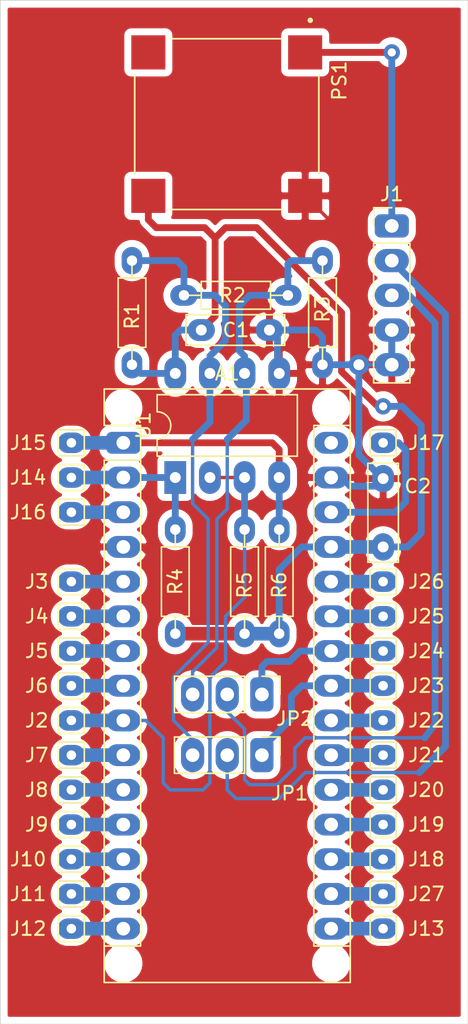
<source format=kicad_pcb>
(kicad_pcb (version 20211014) (generator pcbnew)
  (layers (0 "F.Cu" signal) (31 "B.Cu" signal) (34 "B.Paste" user) (35 "F.Paste" user) (36 "B.SilkS" user "B.Silkscreen") (37 "F.SilkS" user "F.Silkscreen") (38 "B.Mask" user) (39 "F.Mask" user) (44 "Edge.Cuts" user))
  (net 0 "")
  (net 1 "Net-(A1-Pad1)")
  (net 2 "Net-(A1-Pad17)")
  (net 3 "Net-(A1-Pad2)")
  (net 4 "Net-(A1-Pad18)")
  (net 5 "Net-(A1-Pad3)")
  (net 6 "Net-(A1-Pad19)")
  (net 7 "GND")
  (net 8 "Net-(A1-Pad20)")
  (net 9 "Net-(A1-Pad5)")
  (net 10 "Net-(A1-Pad21)")
  (net 11 "Net-(A1-Pad6)")
  (net 12 "Net-(A1-Pad22)")
  (net 13 "Net-(A1-Pad7)")
  (net 14 "Net-(A1-Pad23)")
  (net 15 "Net-(A1-Pad8)")
  (net 16 "Net-(A1-Pad24)")
  (net 17 "Net-(A1-Pad9)")
  (net 18 "Net-(A1-Pad25)")
  (net 19 "Net-(A1-Pad10)")
  (net 20 "Net-(A1-Pad26)")
  (net 21 "Net-(A1-Pad11)")
  (net 22 "Net-(A1-Pad27)")
  (net 23 "Net-(A1-Pad12)")
  (net 24 "Net-(A1-Pad28)")
  (net 25 "Net-(A1-Pad13)")
  (net 26 "Net-(A1-Pad14)")
  (net 28 "Net-(A1-Pad15)")
  (net 29 "Net-(A1-Pad16)")
  (net 30 "Net-(J1-Pad1)")
  (net 31 "Net-(J1-Pad2)")
  (net 32 "Net-(J1-Pad3)")
  (net 33 "Net-(JP1-Pad3)")
  (net 34 "Net-(JP2-Pad3)")
  (footprint "BBS:C_Rect_L7.0mm_W2.0mm_P5.00mm" (layer "F.Cu") (at 202.692 93.98)
    (fp_text reference "C1" (at 2.54 0) (layer "F.SilkS"))
    (fp_text value "100n")
    (fp_line (start -1.12 -1.12) (end -1.12 1.12) (layer "F.SilkS") (width 0.12))
    (fp_line (start 6.12 -1.12) (end 6.12 1.12) (layer "F.SilkS") (width 0.12))
    (fp_line (start -1.12 1.12) (end 6.12 1.12) (layer "F.SilkS") (width 0.12))
    (fp_line (start -1.12 -1.12) (end 6.12 -1.12) (layer "F.SilkS") (width 0.12))
    (pad "1" thru_hole oval locked (at 0 0) (size 2 1.6) (drill 0.8) (layers *.Cu *.Mask) (net 22 "Net-(A1-Pad27)"))
    (pad "2" thru_hole oval locked (at 5 0) (size 2 1.6) (drill 0.8) (layers *.Cu *.Mask) (net 7 "GND"))
  )
  (footprint "BBS:C_Rect_L7.0mm_W2.0mm_P5.00mm" (layer "F.Cu") (at 216.027 104.855 -90)
    (fp_text reference "C2" (at 0.555 -2.54 180) (layer "F.SilkS"))
    (fp_text value "100n")
    (fp_line (start -1.12 1.12) (end 6.12 1.12) (layer "F.SilkS") (width 0.12))
    (fp_line (start -1.12 -1.12) (end -1.12 1.12) (layer "F.SilkS") (width 0.12))
    (fp_line (start 6.12 -1.12) (end 6.12 1.12) (layer "F.SilkS") (width 0.12))
    (fp_line (start -1.12 -1.12) (end 6.12 -1.12) (layer "F.SilkS") (width 0.12))
    (pad "1" thru_hole oval locked (at 0 0 270) (size 2 1.6) (drill 0.8) (layers *.Cu *.Mask) (net 7 "GND"))
    (pad "2" thru_hole oval locked (at 5 0 270) (size 2 1.6) (drill 0.8) (layers *.Cu *.Mask) (net 22 "Net-(A1-Pad27)"))
  )
  (footprint "BBS:PinHeader_1x03_P2.54mm_Vertical" (layer "F.Cu") (at 207.137 120.65 -90)
    (fp_text reference "JP2" (at 1.778 -2.413 180) (layer "F.SilkS"))
    (fp_text value "Jumper_3_Bridged12" hide)
    (fp_line (start -1.33 6.41) (end 1.33 6.41) (layer "F.SilkS") (width 0.12))
    (fp_line (start -1.33 -1.33) (end 0 -1.33) (layer "F.SilkS") (width 0.12))
    (fp_line (start -1.33 0) (end -1.33 -1.33) (layer "F.SilkS") (width 0.12))
    (fp_line (start 1.33 1.27) (end 1.33 6.41) (layer "F.SilkS") (width 0.12))
    (fp_line (start -1.33 1.27) (end -1.33 6.41) (layer "F.SilkS") (width 0.12))
    (fp_line (start -1.33 1.27) (end 1.33 1.27) (layer "F.SilkS") (width 0.12))
    (pad "1" thru_hole roundrect locked (at 0 0 270) (size 2.5 1.7) (drill 1) (layers *.Cu *.Mask) (net 16 "Net-(A1-Pad24)"))
    (pad "2" thru_hole oval locked (at 0 2.54 270) (size 2.5 1.7) (drill 1) (layers *.Cu *.Mask) (net 32 "Net-(J1-Pad3)"))
    (pad "3" thru_hole oval locked (at 0 5.08 270) (size 2.5 1.7) (drill 1) (layers *.Cu *.Mask) (net 34 "Net-(JP2-Pad3)"))
  )
  (footprint "BBS:R_7.5" (layer "F.Cu") (at 197.612 96.52 90)
    (fp_text reference "R1" (at 3.556 0 90) (layer "F.SilkS"))
    (fp_text value "680R")
    (fp_line (start 1.27 0) (end 1.27 -1.016) (layer "F.SilkS") (width 0.12))
    (fp_line (start 6.35 -1.016) (end 6.35 1.016) (layer "F.SilkS") (width 0.12))
    (fp_line (start 6.35 1.016) (end 1.27 1.016) (layer "F.SilkS") (width 0.12))
    (fp_line (start 7.62 0) (end 6.35 0) (layer "F.SilkS") (width 0.12))
    (fp_line (start 1.27 -1.016) (end 6.35 -1.016) (layer "F.SilkS") (width 0.12))
    (fp_line (start 1.27 1.016) (end 1.27 0) (layer "F.SilkS") (width 0.12))
    (fp_line (start 0 0) (end 1.27 0) (layer "F.SilkS") (width 0.12))
    (pad "1" thru_hole oval locked (at 0 0 90) (size 2 1.524) (drill 0.762) (layers *.Cu *.Mask) (net 22 "Net-(A1-Pad27)"))
    (pad "2" thru_hole oval locked (at 7.62 0 90) (size 2 1.524) (drill 0.762) (layers *.Cu *.Mask) (net 33 "Net-(JP1-Pad3)"))
  )
  (footprint "BBS:R_7.5" (layer "F.Cu") (at 200.787 116.205 90)
    (fp_text reference "R4" (at 3.81 0 90) (layer "F.SilkS"))
    (fp_text value "10k")
    (fp_line (start 1.27 1.016) (end 1.27 0) (layer "F.SilkS") (width 0.12))
    (fp_line (start 7.62 0) (end 6.35 0) (layer "F.SilkS") (width 0.12))
    (fp_line (start 6.35 1.016) (end 1.27 1.016) (layer "F.SilkS") (width 0.12))
    (fp_line (start 1.27 0) (end 1.27 -1.016) (layer "F.SilkS") (width 0.12))
    (fp_line (start 0 0) (end 1.27 0) (layer "F.SilkS") (width 0.12))
    (fp_line (start 1.27 -1.016) (end 6.35 -1.016) (layer "F.SilkS") (width 0.12))
    (fp_line (start 6.35 -1.016) (end 6.35 1.016) (layer "F.SilkS") (width 0.12))
    (pad "1" thru_hole oval locked (at 0 0 90) (size 2 1.524) (drill 0.762) (layers *.Cu *.Mask) (net 22 "Net-(A1-Pad27)"))
    (pad "2" thru_hole oval locked (at 7.62 0 90) (size 2 1.524) (drill 0.762) (layers *.Cu *.Mask) (net 3 "Net-(A1-Pad2)"))
  )
  (footprint "BBS:R_7.5" (layer "F.Cu") (at 205.867 116.205 90)
    (fp_text reference "R5" (at 3.556 0 90) (layer "F.SilkS"))
    (fp_text value "10k")
    (fp_line (start 7.62 0) (end 6.35 0) (layer "F.SilkS") (width 0.12))
    (fp_line (start 6.35 1.016) (end 1.27 1.016) (layer "F.SilkS") (width 0.12))
    (fp_line (start 0 0) (end 1.27 0) (layer "F.SilkS") (width 0.12))
    (fp_line (start 1.27 0) (end 1.27 -1.016) (layer "F.SilkS") (width 0.12))
    (fp_line (start 1.27 1.016) (end 1.27 0) (layer "F.SilkS") (width 0.12))
    (fp_line (start 1.27 -1.016) (end 6.35 -1.016) (layer "F.SilkS") (width 0.12))
    (fp_line (start 6.35 -1.016) (end 6.35 1.016) (layer "F.SilkS") (width 0.12))
    (pad "1" thru_hole oval locked (at 0 0 90) (size 2 1.524) (drill 0.762) (layers *.Cu *.Mask) (net 22 "Net-(A1-Pad27)"))
    (pad "2" thru_hole oval locked (at 7.62 0 90) (size 2 1.524) (drill 0.762) (layers *.Cu *.Mask) (net 17 "Net-(A1-Pad9)"))
  )
  (footprint "BBS:CONV_ROF-78E5.0-0.5SMD-R" (layer "F.Cu") (at 204.562 78.91 -90)
    (fp_text reference "PS1" (at -3.175 -8.255 90) (layer "F.SilkS"))
    (fp_text value "ROF-78E5.0-0.5SMD-R" hide)
    (fp_line (start 6.25 -4.1) (end 6.25 4.1) (layer "F.SilkS") (width 0.127))
    (fp_line (start -3.6 -6.75) (end 3.6 -6.75) (layer "F.SilkS") (width 0.127))
    (fp_line (start -6.25 4.1) (end -6.25 -4.1) (layer "F.SilkS") (width 0.127))
    (fp_line (start 3.6 6.75) (end -3.6 6.75) (layer "F.SilkS") (width 0.127))
    (fp_circle (center -7.598 -6.121) (end -7.498 -6.121) (layer "F.SilkS") (width 0.2) (fill none))
    (pad "1" smd rect locked (at -5.25 -5.75 270) (size 2.5 2.5) (layers "F.Cu" "F.Paste" "F.Mask") (net 30 "Net-(J1-Pad1)"))
    (pad "2" smd rect locked (at 5.25 -5.75 270) (size 2.5 2.5) (layers "F.Cu" "F.Paste" "F.Mask") (net 7 "GND"))
    (pad "3" smd rect locked (at 5.25 5.75 270) (size 2.5 2.5) (layers "F.Cu" "F.Paste" "F.Mask") (net 22 "Net-(A1-Pad27)"))
    (pad "4" smd rect locked (at -5.25 5.75 270) (size 2.5 2.5) (layers "F.Cu" "F.Paste" "F.Mask"))
  )
  (footprint "BBS:R_7.5" (layer "F.Cu") (at 201.422 91.44)
    (fp_text reference "R2" (at 3.556 0) (layer "F.SilkS"))
    (fp_text value "120R")
    (fp_line (start 1.27 0) (end 1.27 -1.016) (layer "F.SilkS") (width 0.12))
    (fp_line (start 7.62 0) (end 6.35 0) (layer "F.SilkS") (width 0.12))
    (fp_line (start 6.35 -1.016) (end 6.35 1.016) (layer "F.SilkS") (width 0.12))
    (fp_line (start 1.27 1.016) (end 1.27 0) (layer "F.SilkS") (width 0.12))
    (fp_line (start 0 0) (end 1.27 0) (layer "F.SilkS") (width 0.12))
    (fp_line (start 1.27 -1.016) (end 6.35 -1.016) (layer "F.SilkS") (width 0.12))
    (fp_line (start 6.35 1.016) (end 1.27 1.016) (layer "F.SilkS") (width 0.12))
    (pad "1" thru_hole oval locked (at 0 0) (size 2 1.524) (drill 0.762) (layers *.Cu *.Mask) (net 33 "Net-(JP1-Pad3)"))
    (pad "2" thru_hole oval locked (at 7.62 0) (size 2 1.524) (drill 0.762) (layers *.Cu *.Mask) (net 34 "Net-(JP2-Pad3)"))
  )
  (footprint "BBS:PinHeader_1x03_P2.54mm_Vertical" (layer "F.Cu") (at 207.137 125.095 -90)
    (fp_text reference "JP1" (at 2.794 -2.032 180) (layer "F.SilkS"))
    (fp_text value "Jumper_3_Bridged12" hide)
    (fp_line (start -1.33 6.41) (end 1.33 6.41) (layer "F.SilkS") (width 0.12))
    (fp_line (start -1.33 0) (end -1.33 -1.33) (layer "F.SilkS") (width 0.12))
    (fp_line (start -1.33 1.27) (end -1.33 6.41) (layer "F.SilkS") (width 0.12))
    (fp_line (start -1.33 1.27) (end 1.33 1.27) (layer "F.SilkS") (width 0.12))
    (fp_line (start 1.33 1.27) (end 1.33 6.41) (layer "F.SilkS") (width 0.12))
    (fp_line (start -1.33 -1.33) (end 0 -1.33) (layer "F.SilkS") (width 0.12))
    (pad "1" thru_hole roundrect locked (at 0 0 270) (size 2.5 1.7) (drill 1) (layers *.Cu *.Mask) (net 14 "Net-(A1-Pad23)"))
    (pad "2" thru_hole oval locked (at 0 2.54 270) (size 2.5 1.7) (drill 1) (layers *.Cu *.Mask) (net 31 "Net-(J1-Pad2)"))
    (pad "3" thru_hole oval locked (at 0 5.08 270) (size 2.5 1.7) (drill 1) (layers *.Cu *.Mask) (net 33 "Net-(JP1-Pad3)"))
  )
  (footprint "Package_DIP:DIP-8_W7.62mm_LongPads" (layer "F.Cu") (at 200.787 104.775 90)
    (fp_text reference "U1" (at 3.81 -2.33 90) (layer "F.SilkS"))
    (fp_text value "MAX485E")
    (fp_line (start 2.81 -1.33) (end 1.56 -1.33) (layer "F.SilkS") (width 0.12))
    (fp_line (start 6.06 -1.33) (end 4.81 -1.33) (layer "F.SilkS") (width 0.12))
    (fp_line (start 1.56 -1.33) (end 1.56 8.95) (layer "F.SilkS") (width 0.12))
    (fp_line (start 6.06 8.95) (end 6.06 -1.33) (layer "F.SilkS") (width 0.12))
    (fp_line (start 1.56 8.95) (end 6.06 8.95) (layer "F.SilkS") (width 0.12))
    (fp_arc (start 4.81 -1.33) (mid 3.81 -0.33) (end 2.81 -1.33) (layer "F.SilkS") (width 0.12))
    (pad "1" thru_hole rect locked (at 0 0 90) (size 2.4 1.6) (drill 0.8) (layers *.Cu *.Mask) (net 3 "Net-(A1-Pad2)"))
    (pad "2" thru_hole oval locked (at 0 2.54 90) (size 2.4 1.6) (drill 0.8) (layers *.Cu *.Mask) (net 17 "Net-(A1-Pad9)"))
    (pad "3" thru_hole oval locked (at 0 5.08 90) (size 2.4 1.6) (drill 0.8) (layers *.Cu *.Mask) (net 17 "Net-(A1-Pad9)"))
    (pad "4" thru_hole oval locked (at 0 7.62 90) (size 2.4 1.6) (drill 0.8) (layers *.Cu *.Mask) (net 1 "Net-(A1-Pad1)"))
    (pad "5" thru_hole oval locked (at 7.62 7.62 90) (size 2.4 1.6) (drill 0.8) (layers *.Cu *.Mask) (net 7 "GND"))
    (pad "6" thru_hole oval locked (at 7.62 5.08 90) (size 2.4 1.6) (drill 0.8) (layers *.Cu *.Mask) (net 34 "Net-(JP2-Pad3)"))
    (pad "7" thru_hole oval locked (at 7.62 2.54 90) (size 2.4 1.6) (drill 0.8) (layers *.Cu *.Mask) (net 33 "Net-(JP1-Pad3)"))
    (pad "8" thru_hole oval locked (at 7.62 0 90) (size 2.4 1.6) (drill 0.8) (layers *.Cu *.Mask) (net 22 "Net-(A1-Pad27)"))
  )
  (footprint "BBS:R_7.5" (layer "F.Cu") (at 211.582 88.9 -90)
    (fp_text reference "R3" (at 3.556 0 90) (layer "F.SilkS"))
    (fp_text value "680R")
    (fp_line (start 1.27 0) (end 1.27 -1.016) (layer "F.SilkS") (width 0.12))
    (fp_line (start 6.35 -1.016) (end 6.35 1.016) (layer "F.SilkS") (width 0.12))
    (fp_line (start 1.27 -1.016) (end 6.35 -1.016) (layer "F.SilkS") (width 0.12))
    (fp_line (start 1.27 1.016) (end 1.27 0) (layer "F.SilkS") (width 0.12))
    (fp_line (start 6.35 1.016) (end 1.27 1.016) (layer "F.SilkS") (width 0.12))
    (fp_line (start 7.62 0) (end 6.35 0) (layer "F.SilkS") (width 0.12))
    (fp_line (start 0 0) (end 1.27 0) (layer "F.SilkS") (width 0.12))
    (pad "1" thru_hole oval locked (at 0 0 270) (size 2 1.524) (drill 0.762) (layers *.Cu *.Mask) (net 34 "Net-(JP2-Pad3)"))
    (pad "2" thru_hole oval locked (at 7.62 0 270) (size 2 1.524) (drill 0.762) (layers *.Cu *.Mask) (net 7 "GND"))
  )
  (footprint "BBS:Arduino_Nano_WithMountingHoles" (layer "F.Cu") (at 196.977 102.235)
    (fp_text reference "A1" (at 7.62 -5.08) (layer "F.SilkS"))
    (fp_text value "Arduino_Nano_Every" hide)
    (fp_line (start -1.4 -3.94) (end -1.4 -1.27) (layer "F.SilkS") (width 0.12))
    (fp_line (start -1.4 1.27) (end -1.4 39.5) (layer "F.SilkS") (width 0.12))
    (fp_line (start 1.27 1.27) (end -1.4 1.27) (layer "F.SilkS") (width 0.12))
    (fp_line (start 13.97 36.83) (end 16.64 36.83) (layer "F.SilkS") (width 0.12))
    (fp_line (start 1.27 36.83) (end -1.4 36.83) (layer "F.SilkS") (width 0.12))
    (fp_line (start 13.97 -1.27) (end 13.97 36.83) (layer "F.SilkS") (width 0.12))
    (fp_line (start 1.27 1.27) (end 1.27 -1.27) (layer "F.SilkS") (width 0.12))
    (fp_line (start -1.4 39.5) (end 16.64 39.5) (layer "F.SilkS") (width 0.12))
    (fp_line (start 16.64 39.5) (end 16.64 -3.94) (layer "F.SilkS") (width 0.12))
    (fp_line (start 16.64 -3.94) (end -1.4 -3.94) (layer "F.SilkS") (width 0.12))
    (fp_line (start 13.97 -1.27) (end 16.64 -1.27) (layer "F.SilkS") (width 0.12))
    (fp_line (start 1.27 1.27) (end 1.27 36.83) (layer "F.SilkS") (width 0.12))
    (fp_line (start 1.27 -1.27) (end -1.4 -1.27) (layer "F.SilkS") (width 0.12))
    (pad "" np_thru_hole circle locked (at 0 -2.54) (size 1.78 1.78) (drill 1.78) (layers *.Cu *.Mask))
    (pad "" np_thru_hole circle locked (at 15.24 38.1) (size 1.78 1.78) (drill 1.78) (layers *.Cu *.Mask))
    (pad "" np_thru_hole circle locked (at 0 38.1) (size 1.78 1.78) (drill 1.78) (layers *.Cu *.Mask))
    (pad "" np_thru_hole circle locked (at 15.24 -2.54) (size 1.78 1.78) (drill 1.78) (layers *.Cu *.Mask))
    (pad "1" thru_hole roundrect locked (at 0 0) (size 2.5 1.6) (drill 1) (layers *.Cu *.Mask) (net 1 "Net-(A1-Pad1)"))
    (pad "2" thru_hole oval locked (at 0 2.54) (size 2.5 1.6) (drill 1) (layers *.Cu *.Mask) (net 3 "Net-(A1-Pad2)"))
    (pad "3" thru_hole oval locked (at 0 5.08) (size 2.5 1.6) (drill 1) (layers *.Cu *.Mask) (net 5 "Net-(A1-Pad3)"))
    (pad "4" thru_hole oval locked (at 0 7.62) (size 2.5 1.6) (drill 1) (layers *.Cu *.Mask) (net 7 "GND"))
    (pad "5" thru_hole oval locked (at 0 10.16) (size 2.5 1.6) (drill 1) (layers *.Cu *.Mask) (net 9 "Net-(A1-Pad5)"))
    (pad "6" thru_hole oval locked (at 0 12.7) (size 2.5 1.6) (drill 1) (layers *.Cu *.Mask) (net 11 "Net-(A1-Pad6)"))
    (pad "7" thru_hole oval locked (at 0 15.24) (size 2.5 1.6) (drill 1) (layers *.Cu *.Mask) (net 13 "Net-(A1-Pad7)"))
    (pad "8" thru_hole oval locked (at 0 17.78) (size 2.5 1.6) (drill 1) (layers *.Cu *.Mask) (net 15 "Net-(A1-Pad8)"))
    (pad "9" thru_hole oval locked (at 0 20.32) (size 2.5 1.6) (drill 1) (layers *.Cu *.Mask) (net 17 "Net-(A1-Pad9)"))
    (pad "10" thru_hole oval locked (at 0 22.86) (size 2.5 1.6) (drill 1) (layers *.Cu *.Mask) (net 19 "Net-(A1-Pad10)"))
    (pad "11" thru_hole oval locked (at 0 25.4) (size 2.5 1.6) (drill 1) (layers *.Cu *.Mask) (net 21 "Net-(A1-Pad11)"))
    (pad "12" thru_hole oval locked (at 0 27.94) (size 2.5 1.6) (drill 1) (layers *.Cu *.Mask) (net 23 "Net-(A1-Pad12)"))
    (pad "13" thru_hole oval locked (at 0 30.48) (size 2.5 1.6) (drill 1) (layers *.Cu *.Mask) (net 25 "Net-(A1-Pad13)"))
    (pad "14" thru_hole oval locked (at 0 33.02) (size 2.5 1.6) (drill 1) (layers *.Cu *.Mask) (net 26 "Net-(A1-Pad14)"))
    (pad "15" thru_hole oval locked (at 0 35.56) (size 2.5 1.6) (drill 1) (layers *.Cu *.Mask) (net 28 "Net-(A1-Pad15)"))
    (pad "16" thru_hole oval locked (at 15.24 35.56) (size 2.5 1.6) (drill 1) (layers *.Cu *.Mask) (net 29 "Net-(A1-Pad16)"))
    (pad "17" thru_hole oval locked (at 15.24 33.02) (size 2.5 1.6) (drill 1) (layers *.Cu *.Mask) (net 2 "Net-(A1-Pad17)"))
    (pad "18" thru_hole oval locked (at 15.24 30.48) (size 2.5 1.6) (drill 1) (layers *.Cu *.Mask) (net 4 "Net-(A1-Pad18)"))
    (pad "19" thru_hole oval locked (at 15.24 27.94) (size 2.5 1.6) (drill 1) (layers *.Cu *.Mask) (net 6 "Net-(A1-Pad19)"))
    (pad "20" thru_hole oval locked (at 15.24 25.4) (size 2.5 1.6) (drill 1) (layers *.Cu *.Mask) (net 8 "Net-(A1-Pad20)"))
    (pad "21" thru_hole oval locked (at 15.24 22.86) (size 2.5 1.6) (drill 1) (layers *.Cu *.Mask) (net 10 "Net-(A1-Pad21)"))
    (pad "22" thru_hole oval locked (at 15.24 20.32) (size 2.5 1.6) (drill 1) (layers *.Cu *.Mask) (net 12 "Net-(A1-Pad22)"))
    (pad "23" thru_hole oval locked (at 15.24 17.78) (size 2.5 1.6) (drill 1) (layers *.Cu *.Mask) (net 14 "Net-(A1-Pad23)"))
    (pad "24" thru_hole oval locked (at 15.24 15.24) (size 2.5 1.6) (drill 1) (layers *.Cu *.Mask) (net 16 "Net-(A1-Pad24)"))
    (pad "25" thru_hole oval locked (at 15.24 12.7) (size 2.5 1.6) (drill 1) (layers *.Cu *.Mask) (net 18 "Net-(A1-Pad25)"))
    (pad "26" thru_hole oval locked (at 15.24 10.16) (size 2.5 1.6) (drill 1) (layers *.Cu *.Mask) (net 20 "Net-(A1-Pad26)"))
    (pad "27" thru_hole oval locked (at 15.24 7.62) (size 2.5 1.6) (drill 1) (layers *.Cu *.Mask) (net 22 "Net-(A1-Pad27)"))
    (pad "28" thru_hole oval locked (at 15.24 5.08) (size 2.5 1.6) (drill 1) (layers *.Cu *.Mask) (net 24 "Net-(A1-Pad28)"))
    (pad "29" thru_hole oval locked (at 15.24 2.54) (size 2.5 1.6) (drill 1) (layers *.Cu *.Mask) (net 7 "GND"))
    (pad "30" thru_hole oval locked (at 15.24 0) (size 2.5 1.6) (drill 1) (layers *.Cu *.Mask))
  )
  (footprint "BBS:R_7.5" (layer "F.Cu") (at 208.407 116.205 90)
    (fp_text reference "R6" (at 3.556 0 90) (layer "F.SilkS"))
    (fp_text value "10k")
    (fp_line (start 6.35 -1.016) (end 6.35 1.016) (layer "F.SilkS") (width 0.12))
    (fp_line (start 6.35 1.016) (end 1.27 1.016) (layer "F.SilkS") (width 0.12))
    (fp_line (start 0 0) (end 1.27 0) (layer "F.SilkS") (width 0.12))
    (fp_line (start 1.27 -1.016) (end 6.35 -1.016) (layer "F.SilkS") (width 0.12))
    (fp_line (start 7.62 0) (end 6.35 0) (layer "F.SilkS") (width 0.12))
    (fp_line (start 1.27 1.016) (end 1.27 0) (layer "F.SilkS") (width 0.12))
    (fp_line (start 1.27 0) (end 1.27 -1.016) (layer "F.SilkS") (width 0.12))
    (pad "1" thru_hole oval locked (at 0 0 90) (size 2 1.524) (drill 0.762) (layers *.Cu *.Mask) (net 22 "Net-(A1-Pad27)"))
    (pad "2" thru_hole oval locked (at 7.62 0 90) (size 2 1.524) (drill 0.762) (layers *.Cu *.Mask) (net 1 "Net-(A1-Pad1)"))
  )
  (footprint "BBS:TestPoint_THTPad_1.5x1.5mm_Drill0.7mm" (layer "F.Cu") (at 193.167 122.555)
    (fp_text reference "J2" (at -2.54 0) (layer "F.SilkS"))
    (fp_text value "Conn_01x01" hide)
    (fp_line (start -0.95 0.95) (end -0.95 -0.95) (layer "F.SilkS") (width 0.12))
    (fp_line (start 0.95 0.95) (end -0.95 0.95) (layer "F.SilkS") (width 0.12))
    (fp_line (start -0.95 -0.95) (end 0.95 -0.95) (layer "F.SilkS") (width 0.12))
    (fp_line (start 0.95 -0.95) (end 0.95 0.95) (layer "F.SilkS") (width 0.12))
    (pad "1" thru_hole oval locked (at 0 0) (size 2 1.5) (drill 0.7) (layers *.Cu *.Mask) (net 17 "Net-(A1-Pad9)"))
  )
  (footprint "BBS:TestPoint_THTPad_1.5x1.5mm_Drill0.7mm" (layer "F.Cu") (at 193.167 112.395)
    (fp_text reference "J3" (at -2.54 0) (layer "F.SilkS"))
    (fp_text value "Conn_01x01" hide)
    (fp_line (start -0.95 0.95) (end -0.95 -0.95) (layer "F.SilkS") (width 0.12))
    (fp_line (start -0.95 -0.95) (end 0.95 -0.95) (layer "F.SilkS") (width 0.12))
    (fp_line (start 0.95 0.95) (end -0.95 0.95) (layer "F.SilkS") (width 0.12))
    (fp_line (start 0.95 -0.95) (end 0.95 0.95) (layer "F.SilkS") (width 0.12))
    (pad "1" thru_hole oval locked (at 0 0) (size 2 1.5) (drill 0.7) (layers *.Cu *.Mask) (net 9 "Net-(A1-Pad5)"))
  )
  (footprint "BBS:TestPoint_THTPad_1.5x1.5mm_Drill0.7mm" (layer "F.Cu") (at 193.167 114.935)
    (fp_text reference "J4" (at -2.54 0) (layer "F.SilkS"))
    (fp_text value "Conn_01x01" hide)
    (fp_line (start -0.95 0.95) (end -0.95 -0.95) (layer "F.SilkS") (width 0.12))
    (fp_line (start -0.95 -0.95) (end 0.95 -0.95) (layer "F.SilkS") (width 0.12))
    (fp_line (start 0.95 0.95) (end -0.95 0.95) (layer "F.SilkS") (width 0.12))
    (fp_line (start 0.95 -0.95) (end 0.95 0.95) (layer "F.SilkS") (width 0.12))
    (pad "1" thru_hole oval locked (at 0 0) (size 2 1.5) (drill 0.7) (layers *.Cu *.Mask) (net 11 "Net-(A1-Pad6)"))
  )
  (footprint "BBS:TestPoint_THTPad_1.5x1.5mm_Drill0.7mm" (layer "F.Cu") (at 193.167 117.475)
    (fp_text reference "J5" (at -2.54 0) (layer "F.SilkS"))
    (fp_text value "Conn_01x01" hide)
    (fp_line (start 0.95 -0.95) (end 0.95 0.95) (layer "F.SilkS") (width 0.12))
    (fp_line (start -0.95 -0.95) (end 0.95 -0.95) (layer "F.SilkS") (width 0.12))
    (fp_line (start -0.95 0.95) (end -0.95 -0.95) (layer "F.SilkS") (width 0.12))
    (fp_line (start 0.95 0.95) (end -0.95 0.95) (layer "F.SilkS") (width 0.12))
    (pad "1" thru_hole oval locked (at 0 0) (size 2 1.5) (drill 0.7) (layers *.Cu *.Mask) (net 13 "Net-(A1-Pad7)"))
  )
  (footprint "BBS:TestPoint_THTPad_1.5x1.5mm_Drill0.7mm" (layer "F.Cu") (at 193.167 120.015)
    (fp_text reference "J6" (at -2.54 0) (layer "F.SilkS"))
    (fp_text value "Conn_01x01" hide)
    (fp_line (start 0.95 0.95) (end -0.95 0.95) (layer "F.SilkS") (width 0.12))
    (fp_line (start -0.95 -0.95) (end 0.95 -0.95) (layer "F.SilkS") (width 0.12))
    (fp_line (start 0.95 -0.95) (end 0.95 0.95) (layer "F.SilkS") (width 0.12))
    (fp_line (start -0.95 0.95) (end -0.95 -0.95) (layer "F.SilkS") (width 0.12))
    (pad "1" thru_hole oval locked (at 0 0) (size 2 1.5) (drill 0.7) (layers *.Cu *.Mask) (net 15 "Net-(A1-Pad8)"))
  )
  (footprint "BBS:TestPoint_THTPad_1.5x1.5mm_Drill0.7mm" (layer "F.Cu") (at 193.167 125.095)
    (fp_text reference "J7" (at -2.54 0) (layer "F.SilkS"))
    (fp_text value "Conn_01x01" hide)
    (fp_line (start -0.95 0.95) (end -0.95 -0.95) (layer "F.SilkS") (width 0.12))
    (fp_line (start -0.95 -0.95) (end 0.95 -0.95) (layer "F.SilkS") (width 0.12))
    (fp_line (start 0.95 0.95) (end -0.95 0.95) (layer "F.SilkS") (width 0.12))
    (fp_line (start 0.95 -0.95) (end 0.95 0.95) (layer "F.SilkS") (width 0.12))
    (pad "1" thru_hole oval locked (at 0 0) (size 2 1.5) (drill 0.7) (layers *.Cu *.Mask) (net 19 "Net-(A1-Pad10)"))
  )
  (footprint "BBS:TestPoint_THTPad_1.5x1.5mm_Drill0.7mm" (layer "F.Cu") (at 193.167 127.635)
    (fp_text reference "J8" (at -2.54 0) (layer "F.SilkS"))
    (fp_text value "Conn_01x01" hide)
    (fp_line (start 0.95 -0.95) (end 0.95 0.95) (layer "F.SilkS") (width 0.12))
    (fp_line (start -0.95 -0.95) (end 0.95 -0.95) (layer "F.SilkS") (width 0.12))
    (fp_line (start 0.95 0.95) (end -0.95 0.95) (layer "F.SilkS") (width 0.12))
    (fp_line (start -0.95 0.95) (end -0.95 -0.95) (layer "F.SilkS") (width 0.12))
    (pad "1" thru_hole oval locked (at 0 0) (size 2 1.5) (drill 0.7) (layers *.Cu *.Mask) (net 21 "Net-(A1-Pad11)"))
  )
  (footprint "BBS:TestPoint_THTPad_1.5x1.5mm_Drill0.7mm" (layer "F.Cu") (at 193.167 130.175)
    (fp_text reference "J9" (at -2.54 0) (layer "F.SilkS"))
    (fp_text value "Conn_01x01" hide)
    (fp_line (start -0.95 0.95) (end -0.95 -0.95) (layer "F.SilkS") (width 0.12))
    (fp_line (start -0.95 -0.95) (end 0.95 -0.95) (layer "F.SilkS") (width 0.12))
    (fp_line (start 0.95 0.95) (end -0.95 0.95) (layer "F.SilkS") (width 0.12))
    (fp_line (start 0.95 -0.95) (end 0.95 0.95) (layer "F.SilkS") (width 0.12))
    (pad "1" thru_hole oval locked (at 0 0) (size 2 1.5) (drill 0.7) (layers *.Cu *.Mask) (net 23 "Net-(A1-Pad12)"))
  )
  (footprint "BBS:TestPoint_THTPad_1.5x1.5mm_Drill0.7mm" (layer "F.Cu") (at 193.167 132.715)
    (fp_text reference "J10" (at -3.175 0) (layer "F.SilkS"))
    (fp_text value "Conn_01x01" hide)
    (fp_line (start -0.95 0.95) (end -0.95 -0.95) (layer "F.SilkS") (width 0.12))
    (fp_line (start 0.95 0.95) (end -0.95 0.95) (layer "F.SilkS") (width 0.12))
    (fp_line (start 0.95 -0.95) (end 0.95 0.95) (layer "F.SilkS") (width 0.12))
    (fp_line (start -0.95 -0.95) (end 0.95 -0.95) (layer "F.SilkS") (width 0.12))
    (pad "1" thru_hole oval locked (at 0 0) (size 2 1.5) (drill 0.7) (layers *.Cu *.Mask) (net 25 "Net-(A1-Pad13)"))
  )
  (footprint "BBS:TestPoint_THTPad_1.5x1.5mm_Drill0.7mm" (layer "F.Cu") (at 193.167 137.795)
    (fp_text reference "J12" (at -3.175 0) (layer "F.SilkS"))
    (fp_text value "Conn_01x01" hide)
    (fp_line (start 0.95 -0.95) (end 0.95 0.95) (layer "F.SilkS") (width 0.12))
    (fp_line (start -0.95 -0.95) (end 0.95 -0.95) (layer "F.SilkS") (width 0.12))
    (fp_line (start -0.95 0.95) (end -0.95 -0.95) (layer "F.SilkS") (width 0.12))
    (fp_line (start 0.95 0.95) (end -0.95 0.95) (layer "F.SilkS") (width 0.12))
    (pad "1" thru_hole oval locked (at 0 0) (size 2 1.5) (drill 0.7) (layers *.Cu *.Mask) (net 28 "Net-(A1-Pad15)"))
  )
  (footprint "BBS:TestPoint_THTPad_1.5x1.5mm_Drill0.7mm" (layer "F.Cu") (at 216.027 137.795)
    (fp_text reference "J13" (at 3.175 0) (layer "F.SilkS"))
    (fp_text value "Conn_01x01" hide)
    (fp_line (start -0.95 -0.95) (end 0.95 -0.95) (layer "F.SilkS") (width 0.12))
    (fp_line (start 0.95 -0.95) (end 0.95 0.95) (layer "F.SilkS") (width 0.12))
    (fp_line (start 0.95 0.95) (end -0.95 0.95) (layer "F.SilkS") (width 0.12))
    (fp_line (start -0.95 0.95) (end -0.95 -0.95) (layer "F.SilkS") (width 0.12))
    (pad "1" thru_hole oval locked (at 0 0) (size 2 1.5) (drill 0.7) (layers *.Cu *.Mask) (net 29 "Net-(A1-Pad16)"))
  )
  (footprint "BBS:TestPoint_THTPad_1.5x1.5mm_Drill0.7mm" (layer "F.Cu") (at 193.167 104.775)
    (fp_text reference "J14" (at -3.175 0) (layer "F.SilkS"))
    (fp_text value "Conn_01x01" hide)
    (fp_line (start 0.95 -0.95) (end 0.95 0.95) (layer "F.SilkS") (width 0.12))
    (fp_line (start -0.95 0.95) (end -0.95 -0.95) (layer "F.SilkS") (width 0.12))
    (fp_line (start -0.95 -0.95) (end 0.95 -0.95) (layer "F.SilkS") (width 0.12))
    (fp_line (start 0.95 0.95) (end -0.95 0.95) (layer "F.SilkS") (width 0.12))
    (pad "1" thru_hole oval locked (at 0 0) (size 2 1.5) (drill 0.7) (layers *.Cu *.Mask) (net 3 "Net-(A1-Pad2)"))
  )
  (footprint "BBS:TestPoint_THTPad_1.5x1.5mm_Drill0.7mm" (layer "F.Cu") (at 193.167 102.235)
    (fp_text reference "J15" (at -3.175 0) (layer "F.SilkS"))
    (fp_text value "Conn_01x01" hide)
    (fp_line (start 0.95 0.95) (end -0.95 0.95) (layer "F.SilkS") (width 0.12))
    (fp_line (start -0.95 0.95) (end -0.95 -0.95) (layer "F.SilkS") (width 0.12))
    (fp_line (start -0.95 -0.95) (end 0.95 -0.95) (layer "F.SilkS") (width 0.12))
    (fp_line (start 0.95 -0.95) (end 0.95 0.95) (layer "F.SilkS") (width 0.12))
    (pad "1" thru_hole oval locked (at 0 0) (size 2 1.5) (drill 0.7) (layers *.Cu *.Mask) (net 1 "Net-(A1-Pad1)"))
  )
  (footprint "BBS:TestPoint_THTPad_1.5x1.5mm_Drill0.7mm" (layer "F.Cu") (at 193.167 107.315)
    (fp_text reference "J16" (at -3.175 0) (layer "F.SilkS"))
    (fp_text value "Conn_01x01" hide)
    (fp_line (start 0.95 0.95) (end -0.95 0.95) (layer "F.SilkS") (width 0.12))
    (fp_line (start 0.95 -0.95) (end 0.95 0.95) (layer "F.SilkS") (width 0.12))
    (fp_line (start -0.95 0.95) (end -0.95 -0.95) (layer "F.SilkS") (width 0.12))
    (fp_line (start -0.95 -0.95) (end 0.95 -0.95) (layer "F.SilkS") (width 0.12))
    (pad "1" thru_hole oval locked (at 0 0) (size 2 1.5) (drill 0.7) (layers *.Cu *.Mask) (net 5 "Net-(A1-Pad3)"))
  )
  (footprint "BBS:TestPoint_THTPad_1.5x1.5mm_Drill0.7mm" (layer "F.Cu") (at 216.027 102.235)
    (fp_text reference "J17" (at 3.175 0) (layer "F.SilkS"))
    (fp_text value "Conn_01x01" hide)
    (fp_line (start -0.95 -0.95) (end 0.95 -0.95) (layer "F.SilkS") (width 0.12))
    (fp_line (start 0.95 -0.95) (end 0.95 0.95) (layer "F.SilkS") (width 0.12))
    (fp_line (start -0.95 0.95) (end -0.95 -0.95) (layer "F.SilkS") (width 0.12))
    (fp_line (start 0.95 0.95) (end -0.95 0.95) (layer "F.SilkS") (width 0.12))
    (pad "1" thru_hole oval locked (at 0 0) (size 2 1.5) (drill 0.7) (layers *.Cu *.Mask) (net 24 "Net-(A1-Pad28)"))
  )
  (footprint "BBS:TestPoint_THTPad_1.5x1.5mm_Drill0.7mm" (layer "F.Cu") (at 216.027 132.715)
    (fp_text reference "J18" (at 3.175 0) (layer "F.SilkS"))
    (fp_text value "Conn_01x01" hide)
    (fp_line (start 0.95 -0.95) (end 0.95 0.95) (layer "F.SilkS") (width 0.12))
    (fp_line (start -0.95 -0.95) (end 0.95 -0.95) (layer "F.SilkS") (width 0.12))
    (fp_line (start 0.95 0.95) (end -0.95 0.95) (layer "F.SilkS") (width 0.12))
    (fp_line (start -0.95 0.95) (end -0.95 -0.95) (layer "F.SilkS") (width 0.12))
    (pad "1" thru_hole oval locked (at 0 0) (size 2 1.5) (drill 0.7) (layers *.Cu *.Mask) (net 4 "Net-(A1-Pad18)"))
  )
  (footprint "BBS:TestPoint_THTPad_1.5x1.5mm_Drill0.7mm" (layer "F.Cu") (at 216.027 130.175)
    (fp_text reference "J19" (at 3.175 0) (layer "F.SilkS"))
    (fp_text value "Conn_01x01" hide)
    (fp_line (start 0.95 0.95) (end -0.95 0.95) (layer "F.SilkS") (width 0.12))
    (fp_line (start -0.95 0.95) (end -0.95 -0.95) (layer "F.SilkS") (width 0.12))
    (fp_line (start -0.95 -0.95) (end 0.95 -0.95) (layer "F.SilkS") (width 0.12))
    (fp_line (start 0.95 -0.95) (end 0.95 0.95) (layer "F.SilkS") (width 0.12))
    (pad "1" thru_hole oval locked (at 0 0) (size 2 1.5) (drill 0.7) (layers *.Cu *.Mask) (net 6 "Net-(A1-Pad19)"))
  )
  (footprint "BBS:TestPoint_THTPad_1.5x1.5mm_Drill0.7mm" (layer "F.Cu") (at 216.027 127.635)
    (fp_text reference "J20" (at 3.175 0) (layer "F.SilkS"))
    (fp_text value "Conn_01x01" hide)
    (fp_line (start -0.95 0.95) (end -0.95 -0.95) (layer "F.SilkS") (width 0.12))
    (fp_line (start -0.95 -0.95) (end 0.95 -0.95) (layer "F.SilkS") (width 0.12))
    (fp_line (start 0.95 -0.95) (end 0.95 0.95) (layer "F.SilkS") (width 0.12))
    (fp_line (start 0.95 0.95) (end -0.95 0.95) (layer "F.SilkS") (width 0.12))
    (pad "1" thru_hole oval locked (at 0 0) (size 2 1.5) (drill 0.7) (layers *.Cu *.Mask) (net 8 "Net-(A1-Pad20)"))
  )
  (footprint "BBS:TestPoint_THTPad_1.5x1.5mm_Drill0.7mm" (layer "F.Cu") (at 216.027 125.095)
    (fp_text reference "J21" (at 3.175 0) (layer "F.SilkS"))
    (fp_text value "Conn_01x01" hide)
    (fp_line (start -0.95 -0.95) (end 0.95 -0.95) (layer "F.SilkS") (width 0.12))
    (fp_line (start 0.95 0.95) (end -0.95 0.95) (layer "F.SilkS") (width 0.12))
    (fp_line (start 0.95 -0.95) (end 0.95 0.95) (layer "F.SilkS") (width 0.12))
    (fp_line (start -0.95 0.95) (end -0.95 -0.95) (layer "F.SilkS") (width 0.12))
    (pad "1" thru_hole oval locked (at 0 0) (size 2 1.5) (drill 0.7) (layers *.Cu *.Mask) (net 10 "Net-(A1-Pad21)"))
  )
  (footprint "BBS:TestPoint_THTPad_1.5x1.5mm_Drill0.7mm" (layer "F.Cu") (at 216.027 122.555)
    (fp_text reference "J22" (at 3.175 0) (layer "F.SilkS"))
    (fp_text value "Conn_01x01" hide)
    (fp_line (start 0.95 -0.95) (end 0.95 0.95) (layer "F.SilkS") (width 0.12))
    (fp_line (start -0.95 -0.95) (end 0.95 -0.95) (layer "F.SilkS") (width 0.12))
    (fp_line (start -0.95 0.95) (end -0.95 -0.95) (layer "F.SilkS") (width 0.12))
    (fp_line (start 0.95 0.95) (end -0.95 0.95) (layer "F.SilkS") (width 0.12))
    (pad "1" thru_hole oval locked (at 0 0) (size 2 1.5) (drill 0.7) (layers *.Cu *.Mask) (net 12 "Net-(A1-Pad22)"))
  )
  (footprint "BBS:TestPoint_THTPad_1.5x1.5mm_Drill0.7mm" (layer "F.Cu") (at 216.027 120.015)
    (fp_text reference "J23" (at 3.175 0) (layer "F.SilkS"))
    (fp_text value "Conn_01x01" hide)
    (fp_line (start -0.95 0.95) (end -0.95 -0.95) (layer "F.SilkS") (width 0.12))
    (fp_line (start -0.95 -0.95) (end 0.95 -0.95) (layer "F.SilkS") (width 0.12))
    (fp_line (start 0.95 -0.95) (end 0.95 0.95) (layer "F.SilkS") (width 0.12))
    (fp_line (start 0.95 0.95) (end -0.95 0.95) (layer "F.SilkS") (width 0.12))
    (pad "1" thru_hole oval locked (at 0 0) (size 2 1.5) (drill 0.7) (layers *.Cu *.Mask) (net 14 "Net-(A1-Pad23)"))
  )
  (footprint "BBS:TestPoint_THTPad_1.5x1.5mm_Drill0.7mm" (layer "F.Cu") (at 216.027 117.475)
    (fp_text reference "J24" (at 3.175 0) (layer "F.SilkS"))
    (fp_text value "Conn_01x01" hide)
    (fp_line (start -0.95 0.95) (end -0.95 -0.95) (layer "F.SilkS") (width 0.12))
    (fp_line (start 0.95 -0.95) (end 0.95 0.95) (layer "F.SilkS") (width 0.12))
    (fp_line (start -0.95 -0.95) (end 0.95 -0.95) (layer "F.SilkS") (width 0.12))
    (fp_line (start 0.95 0.95) (end -0.95 0.95) (layer "F.SilkS") (width 0.12))
    (pad "1" thru_hole oval locked (at 0 0) (size 2 1.5) (drill 0.7) (layers *.Cu *.Mask) (net 16 "Net-(A1-Pad24)"))
  )
  (footprint "BBS:TestPoint_THTPad_1.5x1.5mm_Drill0.7mm" (layer "F.Cu") (at 216.027 114.935)
    (fp_text reference "J25" (at 3.175 0) (layer "F.SilkS"))
    (fp_text value "Conn_01x01" hide)
    (fp_line (start 0.95 0.95) (end -0.95 0.95) (layer "F.SilkS") (width 0.12))
    (fp_line (start -0.95 0.95) (end -0.95 -0.95) (layer "F.SilkS") (width 0.12))
    (fp_line (start 0.95 -0.95) (end 0.95 0.95) (layer "F.SilkS") (width 0.12))
    (fp_line (start -0.95 -0.95) (end 0.95 -0.95) (layer "F.SilkS") (width 0.12))
    (pad "1" thru_hole oval locked (at 0 0) (size 2 1.5) (drill 0.7) (layers *.Cu *.Mask) (net 18 "Net-(A1-Pad25)"))
  )
  (footprint "BBS:TestPoint_THTPad_1.5x1.5mm_Drill0.7mm" (layer "F.Cu") (at 216.027 112.395)
    (fp_text reference "J26" (at 3.175 0) (layer "F.SilkS"))
    (fp_text value "Conn_01x01" hide)
    (fp_line (start -0.95 0.95) (end -0.95 -0.95) (layer "F.SilkS") (width 0.12))
    (fp_line (start 0.95 -0.95) (end 0.95 0.95) (layer "F.SilkS") (width 0.12))
    (fp_line (start 0.95 0.95) (end -0.95 0.95) (layer "F.SilkS") (width 0.12))
    (fp_line (start -0.95 -0.95) (end 0.95 -0.95) (layer "F.SilkS") (width 0.12))
    (pad "1" thru_hole oval locked (at 0 0) (size 2 1.5) (drill 0.7) (layers *.Cu *.Mask) (net 20 "Net-(A1-Pad26)"))
  )
  (footprint "BBS:TestPoint_THTPad_1.5x1.5mm_Drill0.7mm" (layer "F.Cu") (at 216.027 135.255)
    (fp_text reference "J27" (at 3.175 0) (layer "F.SilkS"))
    (fp_text value "Conn_01x01" hide)
    (fp_line (start -0.95 0.95) (end -0.95 -0.95) (layer "F.SilkS") (width 0.12))
    (fp_line (start 0.95 0.95) (end -0.95 0.95) (layer "F.SilkS") (width 0.12))
    (fp_line (start -0.95 -0.95) (end 0.95 -0.95) (layer "F.SilkS") (width 0.12))
    (fp_line (start 0.95 -0.95) (end 0.95 0.95) (layer "F.SilkS") (width 0.12))
    (pad "1" thru_hole oval locked (at 0 0) (size 2 1.5) (drill 0.7) (layers *.Cu *.Mask) (net 2 "Net-(A1-Pad17)"))
  )
  (footprint "BBS:TestPoint_THTPad_1.5x1.5mm_Drill0.7mm" (layer "F.Cu") (at 193.167 135.255)
    (fp_text reference "J11" (at -3.175 0) (layer "F.SilkS"))
    (fp_text value "Conn_01x01" hide)
    (fp_line (start -0.95 0.95) (end -0.95 -0.95) (layer "F.SilkS") (width 0.12))
    (fp_line (start 0.95 0.95) (end -0.95 0.95) (layer "F.SilkS") (width 0.12))
    (fp_line (start 0.95 -0.95) (end 0.95 0.95) (layer "F.SilkS") (width 0.12))
    (fp_line (start -0.95 -0.95) (end 0.95 -0.95) (layer "F.SilkS") (width 0.12))
    (pad "1" thru_hole oval locked (at 0 0) (size 2 1.5) (drill 0.7) (layers *.Cu *.Mask) (net 26 "Net-(A1-Pad14)"))
  )
  (footprint "BBS:PinHeader_1x05_P2.54mm_Vertical" (layer "F.Cu") (at 216.662 86.36)
    (fp_text reference "J1" (at 0 -2.33) (layer "F.SilkS"))
    (fp_text value "Screw_Terminal_01x05" hide)
    (fp_line (start -1.33 11.49) (end 1.33 11.49) (layer "F.SilkS") (width 0.12))
    (fp_line (start -1.33 1.27) (end -1.33 11.49) (layer "F.SilkS") (width 0.12))
    (fp_line (start -1.33 1.27) (end 1.33 1.27) (layer "F.SilkS") (width 0.12))
    (fp_line (start -1.33 0) (end -1.33 -1.33) (layer "F.SilkS") (width 0.12))
    (fp_line (start 1.33 1.27) (end 1.33 11.49) (layer "F.SilkS") (width 0.12))
    (fp_line (start -1.33 -1.33) (end 0 -1.33) (layer "F.SilkS") (width 0.12))
    (pad "1" thru_hole roundrect locked (at 0 0) (size 2.5 1.7) (drill 1) (layers *.Cu *.Mask) (net 30 "Net-(J1-Pad1)"))
    (pad "2" thru_hole oval locked (at 0 2.54) (size 2.5 1.7) (drill 1) (layers *.Cu *.Mask) (net 31 "Net-(J1-Pad2)"))
    (pad "3" thru_hole oval locked (at 0 5.08) (size 2.5 1.7) (drill 1) (layers *.Cu *.Mask) (net 32 "Net-(J1-Pad3)"))
    (pad "4" thru_hole oval locked (at 0 7.62) (size 2.5 1.7) (drill 1) (layers *.Cu *.Mask) (net 7 "GND"))
    (pad "5" thru_hole oval locked (at 0 10.16) (size 2.5 1.7) (drill 1) (layers *.Cu *.Mask) (net 7 "GND"))
  )
  (gr_line (start 222.25 143.51) (end 222.25 144.78) (layer "Edge.Cuts") (width 0.05))
  (gr_line (start 187.96 144.78) (end 187.96 69.85) (layer "Edge.Cuts") (width 0.05))
  (gr_line (start 222.25 69.85) (end 222.25 143.51) (layer "Edge.Cuts") (width 0.05))
  (gr_line (start 187.96 69.85) (end 222.25 69.85) (layer "Edge.Cuts") (width 0.05))
  (gr_line (start 222.25 144.78) (end 187.96 144.78) (layer "Edge.Cuts") (width 0.05))
  (segment (start 207.899 102.235) (end 208.407 102.743) (width 0.5) (layer "F.Cu") (net 1))
  (segment (start 208.407 102.743) (end 208.407 104.775) (width 0.5) (layer "F.Cu") (net 1))
  (segment (start 196.977 102.235) (end 207.899 102.235) (width 0.5) (layer "F.Cu") (net 1))
  (segment (start 193.167 102.235) (end 196.977 102.235) (width 1) (layer "B.Cu") (net 1))
  (segment (start 208.407 104.775) (end 208.407 108.585) (width 0.5) (layer "B.Cu") (net 1))
  (segment (start 212.217 135.255) (end 216.027 135.255) (width 1) (layer "B.Cu") (net 2))
  (segment (start 193.167 104.775) (end 196.977 104.775) (width 1) (layer "B.Cu") (net 3))
  (segment (start 200.787 104.775) (end 200.787 108.585) (width 0.5) (layer "B.Cu") (net 3))
  (segment (start 196.977 104.775) (end 200.787 104.775) (width 0.5) (layer "B.Cu") (net 3))
  (segment (start 212.217 132.715) (end 216.027 132.715) (width 1) (layer "B.Cu") (net 4))
  (segment (start 193.167 107.315) (end 196.977 107.315) (width 1) (layer "B.Cu") (net 5))
  (segment (start 212.217 130.175) (end 216.027 130.175) (width 1) (layer "B.Cu") (net 6))
  (segment (start 214.249 88.097) (end 214.249 96.52) (width 0.25) (layer "F.Cu") (net 7))
  (segment (start 198.247 109.855) (end 199.39 110.998) (width 0.25) (layer "F.Cu") (net 7))
  (segment (start 199.39 110.998) (end 202.311 110.998) (width 0.25) (layer "F.Cu") (net 7))
  (segment (start 202.311 110.998) (end 203.454 109.855) (width 0.25) (layer "F.Cu") (net 7))
  (segment (start 203.454 109.855) (end 203.454 107.95) (width 0.25) (layer "F.Cu") (net 7))
  (segment (start 203.454 107.95) (end 204.597 106.807) (width 0.25) (layer "F.Cu") (net 7))
  (segment (start 204.597 106.807) (end 209.55 106.807) (width 0.25) (layer "F.Cu") (net 7))
  (segment (start 209.55 106.807) (end 211.582 104.775) (width 0.25) (layer "F.Cu") (net 7))
  (segment (start 211.582 104.775) (end 212.217 104.775) (width 0.25) (layer "F.Cu") (net 7))
  (segment (start 210.607 84.16) (end 210.947 83.82) (width 0.25) (layer "F.Cu") (net 7))
  (segment (start 210.312 84.16) (end 210.607 84.16) (width 0.25) (layer "F.Cu") (net 7))
  (segment (start 210.312 84.16) (end 214.249 88.097) (width 0.25) (layer "F.Cu") (net 7))
  (segment (start 196.977 109.855) (end 198.247 109.855) (width 0.25) (layer "F.Cu") (net 7))
  (via (at 214.249 96.52) (size 1.5) (drill 0.8) (layers "F.Cu" "B.Cu") (net 7))
  (segment (start 213.868 96.52) (end 214.249 96.52) (width 0.25) (layer "B.Cu") (net 7))
  (segment (start 215.98 104.855) (end 214.249 103.124) (width 0.5) (layer "B.Cu") (net 7))
  (segment (start 214.249 103.124) (end 214.249 96.901) (width 0.5) (layer "B.Cu") (net 7))
  (segment (start 214.249 96.901) (end 213.868 96.52) (width 0.5) (layer "B.Cu") (net 7))
  (segment (start 212.979 104.775) (end 213.614 105.41) (width 0.5) (layer "B.Cu") (net 7))
  (segment (start 213.614 105.41) (end 215.472 105.41) (width 0.5) (layer "B.Cu") (net 7))
  (segment (start 215.472 105.41) (end 216.027 104.855) (width 0.5) (layer "B.Cu") (net 7))
  (segment (start 214.249 96.52) (end 214.249 96.647) (width 0.25) (layer "B.Cu") (net 7))
  (segment (start 214.249 96.647) (end 214.249 96.52) (width 0.25) (layer "B.Cu") (net 7))
  (segment (start 214.249 96.52) (end 216.662 96.52) (width 0.25) (layer "B.Cu") (net 7))
  (segment (start 211.582 96.52) (end 211.582 94.488) (width 0.5) (layer "B.Cu") (net 7))
  (segment (start 212.217 104.775) (end 212.979 104.775) (width 0.5) (layer "B.Cu") (net 7))
  (segment (start 207.692 93.98) (end 208.28 94.568) (width 0.25) (layer "B.Cu") (net 7))
  (segment (start 211.582 94.488) (end 211.074 93.98) (width 0.5) (layer "B.Cu") (net 7))
  (segment (start 216.027 104.855) (end 215.98 104.855) (width 0.5) (layer "B.Cu") (net 7))
  (segment (start 211.582 96.52) (end 213.868 96.52) (width 0.5) (layer "B.Cu") (net 7))
  (segment (start 208.28 94.568) (end 208.28 97.028) (width 0.5) (layer "B.Cu") (net 7))
  (segment (start 208.28 97.028) (end 208.407 97.155) (width 0.25) (layer "B.Cu") (net 7))
  (segment (start 211.074 93.98) (end 207.692 93.98) (width 0.5) (layer "B.Cu") (net 7))
  (segment (start 216.662 93.98) (end 216.662 96.52) (width 0.5) (layer "B.Cu") (net 7))
  (segment (start 212.217 127.635) (end 216.027 127.635) (width 1) (layer "B.Cu") (net 8))
  (segment (start 193.167 112.395) (end 196.977 112.395) (width 1) (layer "B.Cu") (net 9))
  (segment (start 212.217 125.095) (end 216.027 125.095) (width 1) (layer "B.Cu") (net 10))
  (segment (start 193.167 114.935) (end 196.977 114.935) (width 1) (layer "B.Cu") (net 11))
  (segment (start 212.217 122.555) (end 216.027 122.555) (width 1) (layer "B.Cu") (net 12))
  (segment (start 193.167 117.475) (end 196.977 117.475) (width 1) (layer "B.Cu") (net 13))
  (segment (start 210.058 120.015) (end 209.296 120.777) (width 0.5) (layer "B.Cu") (net 14))
  (segment (start 209.296 120.777) (end 209.296 122.428) (width 0.5) (layer "B.Cu") (net 14))
  (segment (start 209.296 122.428) (end 207.137 124.587) (width 0.5) (layer "B.Cu") (net 14))
  (segment (start 207.137 124.587) (end 207.137 125.095) (width 0.5) (layer "B.Cu") (net 14))
  (segment (start 212.217 120.015) (end 210.058 120.015) (width 0.5) (layer "B.Cu") (net 14))
  (segment (start 212.217 120.015) (end 216.027 120.015) (width 1) (layer "B.Cu") (net 14))
  (segment (start 193.167 120.015) (end 196.977 120.015) (width 1) (layer "B.Cu") (net 15))
  (segment (start 209.931 117.475) (end 209.169 118.237) (width 0.5) (layer "B.Cu") (net 16))
  (segment (start 209.169 118.237) (end 207.518 118.237) (width 0.5) (layer "B.Cu") (net 16))
  (segment (start 207.518 118.237) (end 207.137 118.618) (width 0.5) (layer "B.Cu") (net 16))
  (segment (start 207.137 118.618) (end 207.137 120.65) (width 0.5) (layer "B.Cu") (net 16))
  (segment (start 212.217 117.475) (end 216.027 117.475) (width 1) (layer "B.Cu") (net 16))
  (segment (start 212.217 117.475) (end 209.931 117.475) (width 0.5) (layer "B.Cu") (net 16))
  (segment (start 203.327 104.775) (end 205.867 104.775) (width 0.25) (layer "F.Cu") (net 17))
  (segment (start 198.628 122.555) (end 199.898 123.825) (width 0.25) (layer "B.Cu") (net 17))
  (segment (start 199.898 123.825) (end 199.898 127.127) (width 0.25) (layer "B.Cu") (net 17))
  (segment (start 199.898 127.127) (end 200.406 127.635) (width 0.25) (layer "B.Cu") (net 17))
  (segment (start 200.406 127.635) (end 202.819 127.635) (width 0.25) (layer "B.Cu") (net 17))
  (segment (start 202.819 127.635) (end 202.692 127.635) (width 0.25) (layer "B.Cu") (net 17))
  (segment (start 203.327 127.127) (end 203.327 119.38) (width 0.25) (layer "B.Cu") (net 17))
  (segment (start 203.327 119.38) (end 204.47 118.237) (width 0.25) (layer "B.Cu") (net 17))
  (segment (start 204.47 118.237) (end 204.47 114.935) (width 0.25) (layer "B.Cu") (net 17))
  (segment (start 204.47 114.935) (end 205.867 113.538) (width 0.25) (layer "B.Cu") (net 17))
  (segment (start 205.867 113.538) (end 205.867 108.585) (width 0.25) (layer "B.Cu") (net 17))
  (segment (start 205.867 108.585) (end 205.867 104.775) (width 0.5) (layer "B.Cu") (net 17))
  (segment (start 196.977 122.555) (end 198.628 122.555) (width 0.25) (layer "B.Cu") (net 17))
  (segment (start 202.819 127.635) (end 203.327 127.127) (width 0.25) (layer "B.Cu") (net 17))
  (segment (start 193.167 122.555) (end 196.977 122.555) (width 1) (layer "B.Cu") (net 17))
  (segment (start 212.217 114.935) (end 216.027 114.935) (width 1) (layer "B.Cu") (net 18))
  (segment (start 193.167 125.095) (end 196.977 125.095) (width 1) (layer "B.Cu") (net 19))
  (segment (start 212.217 112.395) (end 216.027 112.395) (width 1) (layer "B.Cu") (net 20))
  (segment (start 193.167 127.635) (end 196.977 127.635) (width 1) (layer "B.Cu") (net 21))
  (segment (start 198.812 85.909) (end 199.39 86.487) (width 0.5) (layer "F.Cu") (net 22))
  (segment (start 199.39 86.487) (end 202.946 86.487) (width 0.5) (layer "F.Cu") (net 22))
  (segment (start 202.946 86.487) (end 203.708 87.249) (width 0.5) (layer "F.Cu") (net 22))
  (segment (start 203.708 87.249) (end 203.708 92.964) (width 0.5) (layer "F.Cu") (net 22))
  (segment (start 203.708 92.964) (end 202.692 93.98) (width 0.5) (layer "F.Cu") (net 22))
  (segment (start 204.47 86.487) (end 206.756 86.487) (width 0.5) (layer "F.Cu") (net 22))
  (segment (start 206.756 86.487) (end 211.074 90.805) (width 0.5) (layer "F.Cu") (net 22))
  (segment (start 211.074 90.805) (end 212.979 92.71) (width 0.5) (layer "F.Cu") (net 22))
  (segment (start 212.979 92.71) (end 212.979 97.028) (width 0.5) (layer "F.Cu") (net 22))
  (segment (start 212.979 97.028) (end 215.646 99.568) (width 0.5) (layer "F.Cu") (net 22))
  (segment (start 215.646 99.568) (end 216.027 99.568) (width 0.5) (layer "F.Cu") (net 22))
  (segment (start 203.708 87.249) (end 204.47 86.487) (width 0.5) (layer "F.Cu") (net 22))
  (segment (start 198.812 84.16) (end 198.812 85.909) (width 0.5) (layer "F.Cu") (net 22))
  (segment (start 200.787 116.205) (end 205.867 116.205) (width 1) (layer "F.Cu") (net 22))
  (via (at 216.027 99.568) (size 1.2) (drill 0.6) (layers "F.Cu" "B.Cu") (net 22))
  (segment (start 208.407 116.205) (end 208.407 111.506) (width 0.5) (layer "B.Cu") (net 22))
  (segment (start 208.407 111.506) (end 210.058 109.855) (width 0.5) (layer "B.Cu") (net 22))
  (segment (start 210.058 109.855) (end 212.217 109.855) (width 0.5) (layer "B.Cu") (net 22))
  (segment (start 216.027 99.568) (end 217.424 99.568) (width 0.5) (layer "B.Cu") (net 22))
  (segment (start 217.424 99.568) (end 218.821 100.965) (width 0.5) (layer "B.Cu") (net 22))
  (segment (start 218.821 100.965) (end 218.821 108.839) (width 0.5) (layer "B.Cu") (net 22))
  (segment (start 218.821 108.839) (end 217.805 109.855) (width 0.5) (layer "B.Cu") (net 22))
  (segment (start 217.805 109.855) (end 216.027 109.855) (width 0.5) (layer "B.Cu") (net 22))
  (segment (start 198.247 97.155) (end 200.787 97.155) (width 0.5) (layer "B.Cu") (net 22))
  (segment (start 205.867 116.205) (end 208.407 116.205) (width 1) (layer "B.Cu") (net 22))
  (segment (start 197.612 96.52) (end 198.247 97.155) (width 0.25) (layer "B.Cu") (net 22))
  (segment (start 200.787 94.361) (end 200.787 97.155) (width 0.5) (layer "B.Cu") (net 22))
  (segment (start 201.168 93.98) (end 200.787 94.361) (width 0.5) (layer "B.Cu") (net 22))
  (segment (start 202.692 93.98) (end 201.168 93.98) (width 0.5) (layer "B.Cu") (net 22))
  (segment (start 212.217 109.855) (end 216.027 109.855) (width 1) (layer "B.Cu") (net 22))
  (segment (start 193.167 130.175) (end 196.977 130.175) (width 1) (layer "B.Cu") (net 23))
  (segment (start 216.916 107.315) (end 217.678 106.553) (width 0.5) (layer "B.Cu") (net 24))
  (segment (start 217.678 106.553) (end 217.678 102.743) (width 0.5) (layer "B.Cu") (net 24))
  (segment (start 217.678 102.743) (end 217.17 102.235) (width 0.5) (layer "B.Cu") (net 24))
  (segment (start 217.17 102.235) (end 216.027 102.235) (width 0.5) (layer "B.Cu") (net 24))
  (segment (start 212.217 107.315) (end 216.916 107.315) (width 0.5) (layer "B.Cu") (net 24))
  (segment (start 193.167 132.715) (end 196.977 132.715) (width 1) (layer "B.Cu") (net 25))
  (segment (start 193.167 135.255) (end 196.977 135.255) (width 1) (layer "B.Cu") (net 26))
  (segment (start 193.167 137.795) (end 196.977 137.795) (width 1) (layer "B.Cu") (net 28))
  (segment (start 212.217 137.795) (end 216.027 137.795) (width 1) (layer "B.Cu") (net 29))
  (segment (start 210.312 73.66) (end 216.662 73.66) (width 0.5) (layer "F.Cu") (net 30))
  (via (at 216.662 73.66) (size 1.2) (drill 0.6) (layers "F.Cu" "B.Cu") (net 30))
  (segment (start 216.662 73.66) (end 216.662 86.36) (width 0.5) (layer "B.Cu") (net 30))
  (segment (start 218.694 126.365) (end 210.312 126.365) (width 0.25) (layer "B.Cu") (net 31))
  (segment (start 220.599 124.46) (end 218.694 126.365) (width 0.5) (layer "B.Cu") (net 31))
  (segment (start 208.407 128.27) (end 205.232 128.27) (width 0.25) (layer "B.Cu") (net 31))
  (segment (start 204.597 127.635) (end 204.597 125.095) (width 0.25) (layer "B.Cu") (net 31))
  (segment (start 210.312 126.365) (end 208.407 128.27) (width 0.25) (layer "B.Cu") (net 31))
  (segment (start 216.662 88.9) (end 220.599 92.837) (width 0.5) (layer "B.Cu") (net 31))
  (segment (start 220.599 92.837) (end 220.599 124.46) (width 0.5) (layer "B.Cu") (net 31))
  (segment (start 205.232 128.27) (end 204.597 127.635) (width 0.25) (layer "B.Cu") (net 31))
  (segment (start 206.248 127.254) (end 205.867 126.873) (width 0.25) (layer "B.Cu") (net 32))
  (segment (start 205.867 123.19) (end 204.597 121.92) (width 0.25) (layer "B.Cu") (net 32))
  (segment (start 209.55 124.587) (end 209.55 125.984) (width 0.25) (layer "B.Cu") (net 32))
  (segment (start 205.867 126.873) (end 205.867 123.19) (width 0.25) (layer "B.Cu") (net 32))
  (segment (start 216.662 91.44) (end 217.932 91.44) (width 0.25) (layer "B.Cu") (net 32))
  (segment (start 210.312 123.825) (end 209.55 124.587) (width 0.25) (layer "B.Cu") (net 32))
  (segment (start 219.837 93.472) (end 219.837 122.809) (width 0.5) (layer "B.Cu") (net 32))
  (segment (start 217.932 91.44) (end 219.837 93.472) (width 0.5) (layer "B.Cu") (net 32))
  (segment (start 204.597 121.92) (end 204.597 120.65) (width 0.25) (layer "B.Cu") (net 32))
  (segment (start 208.28 127.254) (end 206.248 127.254) (width 0.25) (layer "B.Cu") (net 32))
  (segment (start 219.837 122.809) (end 219.075 123.825) (width 0.5) (layer "B.Cu") (net 32))
  (segment (start 209.55 125.984) (end 208.28 127.254) (width 0.25) (layer "B.Cu") (net 32))
  (segment (start 219.075 123.825) (end 210.312 123.825) (width 0.25) (layer "B.Cu") (net 32))
  (segment (start 202.057 123.952) (end 200.66 122.555) (width 0.25) (layer "B.Cu") (net 33))
  (segment (start 200.66 122.555) (end 200.66 119.38) (width 0.25) (layer "B.Cu") (net 33))
  (segment (start 200.66 119.38) (end 203.2 116.84) (width 0.25) (layer "B.Cu") (net 33))
  (segment (start 203.2 116.84) (end 203.2 107.823) (width 0.25) (layer "B.Cu") (net 33))
  (segment (start 203.2 107.823) (end 202.057 106.68) (width 0.25) (layer "B.Cu") (net 33))
  (segment (start 202.057 106.68) (end 202.057 101.981) (width 0.25) (layer "B.Cu") (net 33))
  (segment (start 202.057 101.981) (end 203.327 100.711) (width 0.5) (layer "B.Cu") (net 33))
  (segment (start 203.327 100.711) (end 203.327 97.155) (width 0.5) (layer "B.Cu") (net 33))
  (segment (start 203.327 97.155) (end 203.327 95.885) (width 0.25) (layer "B.Cu") (net 33))
  (segment (start 204.47 94.742) (end 204.47 92.202) (width 0.5) (layer "B.Cu") (net 33))
  (segment (start 200.914 88.9) (end 197.612 88.9) (width 0.5) (layer "B.Cu") (net 33))
  (segment (start 201.422 89.408) (end 200.914 88.9) (width 0.5) (layer "B.Cu") (net 33))
  (segment (start 203.708 91.44) (end 201.422 91.44) (width 0.5) (layer "B.Cu") (net 33))
  (segment (start 201.422 91.44) (end 201.422 89.408) (width 0.5) (layer "B.Cu") (net 33))
  (segment (start 202.057 125.095) (end 202.057 123.952) (width 0.25) (layer "B.Cu") (net 33))
  (segment (start 204.47 92.202) (end 203.708 91.44) (width 0.5) (layer "B.Cu") (net 33))
  (segment (start 203.327 95.885) (end 204.47 94.742) (width 0.5) (layer "B.Cu") (net 33))
  (segment (start 205.994 97.282) (end 205.994 100.584) (width 0.5) (layer "B.Cu") (net 34))
  (segment (start 205.994 100.584) (end 204.597 101.981) (width 0.5) (layer "B.Cu") (net 34))
  (segment (start 204.597 101.981) (end 204.597 107.061) (width 0.25) (layer "B.Cu") (net 34))
  (segment (start 204.597 107.061) (end 203.835 107.823) (width 0.25) (layer "B.Cu") (net 34))
  (segment (start 203.835 107.823) (end 203.835 117.221) (width 0.25) (layer "B.Cu") (net 34))
  (segment (start 203.835 117.221) (end 202.057 118.999) (width 0.25) (layer "B.Cu") (net 34))
  (segment (start 202.057 118.999) (end 202.057 120.65) (width 0.25) (layer "B.Cu") (net 34))
  (segment (start 205.867 95.885) (end 205.486 95.504) (width 0.5) (layer "B.Cu") (net 34))
  (segment (start 209.042 91.44) (end 209.042 89.154) (width 0.5) (layer "B.Cu") (net 34))
  (segment (start 205.867 97.155) (end 205.867 95.885) (width 0.5) (layer "B.Cu") (net 34))
  (segment (start 205.486 92.202) (end 206.248 91.44) (width 0.5) (layer "B.Cu") (net 34))
  (segment (start 205.486 95.504) (end 205.486 92.202) (width 0.5) (layer "B.Cu") (net 34))
  (segment (start 209.042 89.154) (end 209.296 88.9) (width 0.5) (layer "B.Cu") (net 34))
  (segment (start 205.867 97.155) (end 205.994 97.282) (width 0.25) (layer "B.Cu") (net 34))
  (segment (start 209.296 88.9) (end 211.582 88.9) (width 0.5) (layer "B.Cu") (net 34))
  (segment (start 206.248 91.44) (end 209.042 91.44) (width 0.5) (layer "B.Cu") (net 34))
  (zone (net 7) (net_name "GND") (layer "F.Cu") (connect_pads (clearance 0.508)) (min_thickness 0.254) (fill yes (thermal_gap 0.508) (thermal_bridge_width 0.508))
    (polygon (pts (xy 187.96 69.85) (xy 187.96 144.78) (xy 222.25 144.78) (xy 222.25 69.85)))
  )
)
</source>
